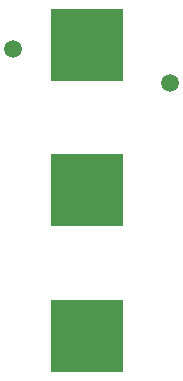
<source format=gbp>
%FSLAX44Y44*%
%MOMM*%
G71*
G01*
G75*
G04 Layer_Color=128*
%ADD10R,0.5000X0.6000*%
%ADD11R,0.5000X0.5000*%
%ADD12R,0.6000X0.5000*%
%ADD13R,1.4000X1.2000*%
%ADD14R,0.2500X0.5000*%
%ADD15C,1.5000*%
%ADD16R,0.2500X0.4000*%
%ADD17R,0.4000X0.2500*%
%ADD18R,3.2000X3.2000*%
%ADD19R,0.5590X1.1940*%
%ADD20R,0.9000X1.3000*%
%ADD21R,0.6000X1.2000*%
%ADD22R,0.6000X2.0000*%
%ADD23C,4.0000*%
%ADD24C,0.3000*%
%ADD25C,0.5000*%
%ADD26C,0.1500*%
%ADD27C,0.2000*%
%ADD28C,0.4500*%
%ADD29R,6.0700X6.0700*%
%ADD30C,0.0508*%
%ADD31C,0.1000*%
%ADD32R,0.7032X0.8032*%
%ADD33R,0.7032X0.7032*%
%ADD34R,0.8032X0.7032*%
%ADD35R,1.6032X1.4032*%
%ADD36R,0.4532X0.7032*%
%ADD37C,1.7032*%
%ADD38R,0.3516X0.5016*%
%ADD39R,0.5016X0.3516*%
%ADD40R,3.3016X3.3016*%
%ADD41R,0.7622X1.3972*%
%ADD42R,1.1032X1.5032*%
%ADD43R,0.7016X1.3016*%
%ADD44R,0.8032X2.2032*%
%ADD45C,4.2032*%
%ADD46C,0.7032*%
%ADD47C,0.5032*%
%ADD48C,0.6532*%
%ADD49R,6.2732X6.2732*%
D15*
X64000Y84500D02*
D03*
X-69000Y113000D02*
D03*
D29*
X-6750Y-129750D02*
D03*
Y116850D02*
D03*
Y-6450D02*
D03*
M02*

</source>
